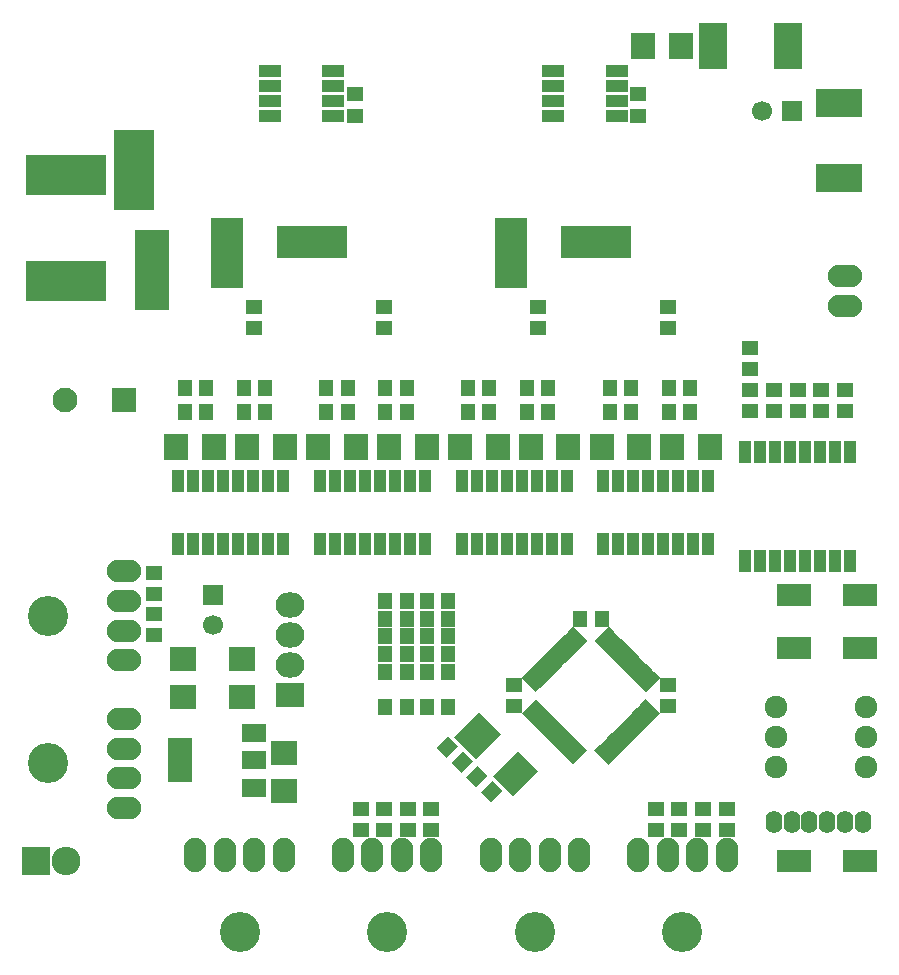
<source format=gbr>
G04 #@! TF.FileFunction,Soldermask,Top*
%FSLAX46Y46*%
G04 Gerber Fmt 4.6, Leading zero omitted, Abs format (unit mm)*
G04 Created by KiCad (PCBNEW 4.0.6) date 05/02/17 10:19:31*
%MOMM*%
%LPD*%
G01*
G04 APERTURE LIST*
%ADD10C,0.100000*%
%ADD11C,1.700000*%
%ADD12R,1.700000X1.700000*%
%ADD13O,1.900000X2.900000*%
%ADD14C,3.400000*%
%ADD15O,2.900000X1.900000*%
%ADD16C,2.100000*%
%ADD17R,2.100000X2.100000*%
%ADD18R,1.000000X1.900000*%
%ADD19R,2.000000X2.200000*%
%ADD20R,2.432000X2.432000*%
%ADD21O,2.432000X2.432000*%
%ADD22R,1.200000X1.400000*%
%ADD23R,1.400000X1.200000*%
%ADD24R,2.200000X2.000000*%
%ADD25R,3.000000X1.900000*%
%ADD26O,1.400000X1.924000*%
%ADD27C,1.924000*%
%ADD28R,3.400000X6.900000*%
%ADD29R,6.851600X3.400000*%
%ADD30R,2.100000X1.600000*%
%ADD31R,2.100000X3.700000*%
%ADD32R,1.950000X1.000000*%
%ADD33R,2.900000X6.900000*%
%ADD34R,2.400000X3.900000*%
%ADD35R,2.432000X2.127200*%
%ADD36O,2.432000X2.127200*%
%ADD37R,3.900000X2.400000*%
%ADD38R,2.800000X5.900000*%
%ADD39R,5.900000X2.800000*%
G04 APERTURE END LIST*
D10*
D11*
X63000000Y-9000000D03*
D12*
X65500000Y-9000000D03*
D13*
X52500000Y-72000000D03*
X55000000Y-72000000D03*
X57500000Y-72000000D03*
X60000000Y-72000000D03*
D14*
X56250000Y-78500000D03*
D13*
X15000000Y-72000000D03*
X17500000Y-72000000D03*
X20000000Y-72000000D03*
X22500000Y-72000000D03*
D14*
X18750000Y-78500000D03*
D15*
X9000000Y-60500000D03*
X9000000Y-63000000D03*
X9000000Y-65500000D03*
X9000000Y-68000000D03*
D14*
X2500000Y-64250000D03*
D16*
X4000000Y-33500000D03*
D17*
X9000000Y-33500000D03*
D18*
X25555000Y-45700000D03*
X26825000Y-45700000D03*
X28095000Y-45700000D03*
X29365000Y-45700000D03*
X30635000Y-45700000D03*
X31905000Y-45700000D03*
X33175000Y-45700000D03*
X34445000Y-45700000D03*
X34445000Y-40300000D03*
X33175000Y-40300000D03*
X31905000Y-40300000D03*
X30635000Y-40300000D03*
X29365000Y-40300000D03*
X28095000Y-40300000D03*
X26825000Y-40300000D03*
X25555000Y-40300000D03*
D10*
G36*
X43108311Y-60462221D02*
X42648692Y-60002602D01*
X43850773Y-58800521D01*
X44310392Y-59260140D01*
X43108311Y-60462221D01*
X43108311Y-60462221D01*
G37*
G36*
X43461864Y-60815774D02*
X43002245Y-60356155D01*
X44204326Y-59154074D01*
X44663945Y-59613693D01*
X43461864Y-60815774D01*
X43461864Y-60815774D01*
G37*
G36*
X43815418Y-61169328D02*
X43355799Y-60709709D01*
X44557880Y-59507628D01*
X45017499Y-59967247D01*
X43815418Y-61169328D01*
X43815418Y-61169328D01*
G37*
G36*
X44168971Y-61522881D02*
X43709352Y-61063262D01*
X44911433Y-59861181D01*
X45371052Y-60320800D01*
X44168971Y-61522881D01*
X44168971Y-61522881D01*
G37*
G36*
X44522524Y-61876434D02*
X44062905Y-61416815D01*
X45264986Y-60214734D01*
X45724605Y-60674353D01*
X44522524Y-61876434D01*
X44522524Y-61876434D01*
G37*
G36*
X44876078Y-62229988D02*
X44416459Y-61770369D01*
X45618540Y-60568288D01*
X46078159Y-61027907D01*
X44876078Y-62229988D01*
X44876078Y-62229988D01*
G37*
G36*
X45229631Y-62583541D02*
X44770012Y-62123922D01*
X45972093Y-60921841D01*
X46431712Y-61381460D01*
X45229631Y-62583541D01*
X45229631Y-62583541D01*
G37*
G36*
X45583185Y-62937095D02*
X45123566Y-62477476D01*
X46325647Y-61275395D01*
X46785266Y-61735014D01*
X45583185Y-62937095D01*
X45583185Y-62937095D01*
G37*
G36*
X45936738Y-63290648D02*
X45477119Y-62831029D01*
X46679200Y-61628948D01*
X47138819Y-62088567D01*
X45936738Y-63290648D01*
X45936738Y-63290648D01*
G37*
G36*
X46290291Y-63644201D02*
X45830672Y-63184582D01*
X47032753Y-61982501D01*
X47492372Y-62442120D01*
X46290291Y-63644201D01*
X46290291Y-63644201D01*
G37*
G36*
X46643845Y-63997755D02*
X46184226Y-63538136D01*
X47386307Y-62336055D01*
X47845926Y-62795674D01*
X46643845Y-63997755D01*
X46643845Y-63997755D01*
G37*
G36*
X46997398Y-64351308D02*
X46537779Y-63891689D01*
X47739860Y-62689608D01*
X48199479Y-63149227D01*
X46997398Y-64351308D01*
X46997398Y-64351308D01*
G37*
G36*
X50462221Y-63891689D02*
X50002602Y-64351308D01*
X48800521Y-63149227D01*
X49260140Y-62689608D01*
X50462221Y-63891689D01*
X50462221Y-63891689D01*
G37*
G36*
X50815774Y-63538136D02*
X50356155Y-63997755D01*
X49154074Y-62795674D01*
X49613693Y-62336055D01*
X50815774Y-63538136D01*
X50815774Y-63538136D01*
G37*
G36*
X51169328Y-63184582D02*
X50709709Y-63644201D01*
X49507628Y-62442120D01*
X49967247Y-61982501D01*
X51169328Y-63184582D01*
X51169328Y-63184582D01*
G37*
G36*
X51522881Y-62831029D02*
X51063262Y-63290648D01*
X49861181Y-62088567D01*
X50320800Y-61628948D01*
X51522881Y-62831029D01*
X51522881Y-62831029D01*
G37*
G36*
X51876434Y-62477476D02*
X51416815Y-62937095D01*
X50214734Y-61735014D01*
X50674353Y-61275395D01*
X51876434Y-62477476D01*
X51876434Y-62477476D01*
G37*
G36*
X52229988Y-62123922D02*
X51770369Y-62583541D01*
X50568288Y-61381460D01*
X51027907Y-60921841D01*
X52229988Y-62123922D01*
X52229988Y-62123922D01*
G37*
G36*
X52583541Y-61770369D02*
X52123922Y-62229988D01*
X50921841Y-61027907D01*
X51381460Y-60568288D01*
X52583541Y-61770369D01*
X52583541Y-61770369D01*
G37*
G36*
X52937095Y-61416815D02*
X52477476Y-61876434D01*
X51275395Y-60674353D01*
X51735014Y-60214734D01*
X52937095Y-61416815D01*
X52937095Y-61416815D01*
G37*
G36*
X53290648Y-61063262D02*
X52831029Y-61522881D01*
X51628948Y-60320800D01*
X52088567Y-59861181D01*
X53290648Y-61063262D01*
X53290648Y-61063262D01*
G37*
G36*
X53644201Y-60709709D02*
X53184582Y-61169328D01*
X51982501Y-59967247D01*
X52442120Y-59507628D01*
X53644201Y-60709709D01*
X53644201Y-60709709D01*
G37*
G36*
X53997755Y-60356155D02*
X53538136Y-60815774D01*
X52336055Y-59613693D01*
X52795674Y-59154074D01*
X53997755Y-60356155D01*
X53997755Y-60356155D01*
G37*
G36*
X54351308Y-60002602D02*
X53891689Y-60462221D01*
X52689608Y-59260140D01*
X53149227Y-58800521D01*
X54351308Y-60002602D01*
X54351308Y-60002602D01*
G37*
G36*
X53149227Y-58199479D02*
X52689608Y-57739860D01*
X53891689Y-56537779D01*
X54351308Y-56997398D01*
X53149227Y-58199479D01*
X53149227Y-58199479D01*
G37*
G36*
X52795674Y-57845926D02*
X52336055Y-57386307D01*
X53538136Y-56184226D01*
X53997755Y-56643845D01*
X52795674Y-57845926D01*
X52795674Y-57845926D01*
G37*
G36*
X52442120Y-57492372D02*
X51982501Y-57032753D01*
X53184582Y-55830672D01*
X53644201Y-56290291D01*
X52442120Y-57492372D01*
X52442120Y-57492372D01*
G37*
G36*
X52088567Y-57138819D02*
X51628948Y-56679200D01*
X52831029Y-55477119D01*
X53290648Y-55936738D01*
X52088567Y-57138819D01*
X52088567Y-57138819D01*
G37*
G36*
X51735014Y-56785266D02*
X51275395Y-56325647D01*
X52477476Y-55123566D01*
X52937095Y-55583185D01*
X51735014Y-56785266D01*
X51735014Y-56785266D01*
G37*
G36*
X51381460Y-56431712D02*
X50921841Y-55972093D01*
X52123922Y-54770012D01*
X52583541Y-55229631D01*
X51381460Y-56431712D01*
X51381460Y-56431712D01*
G37*
G36*
X51027907Y-56078159D02*
X50568288Y-55618540D01*
X51770369Y-54416459D01*
X52229988Y-54876078D01*
X51027907Y-56078159D01*
X51027907Y-56078159D01*
G37*
G36*
X50674353Y-55724605D02*
X50214734Y-55264986D01*
X51416815Y-54062905D01*
X51876434Y-54522524D01*
X50674353Y-55724605D01*
X50674353Y-55724605D01*
G37*
G36*
X50320800Y-55371052D02*
X49861181Y-54911433D01*
X51063262Y-53709352D01*
X51522881Y-54168971D01*
X50320800Y-55371052D01*
X50320800Y-55371052D01*
G37*
G36*
X49967247Y-55017499D02*
X49507628Y-54557880D01*
X50709709Y-53355799D01*
X51169328Y-53815418D01*
X49967247Y-55017499D01*
X49967247Y-55017499D01*
G37*
G36*
X49613693Y-54663945D02*
X49154074Y-54204326D01*
X50356155Y-53002245D01*
X50815774Y-53461864D01*
X49613693Y-54663945D01*
X49613693Y-54663945D01*
G37*
G36*
X49260140Y-54310392D02*
X48800521Y-53850773D01*
X50002602Y-52648692D01*
X50462221Y-53108311D01*
X49260140Y-54310392D01*
X49260140Y-54310392D01*
G37*
G36*
X48199479Y-53850773D02*
X47739860Y-54310392D01*
X46537779Y-53108311D01*
X46997398Y-52648692D01*
X48199479Y-53850773D01*
X48199479Y-53850773D01*
G37*
G36*
X47845926Y-54204326D02*
X47386307Y-54663945D01*
X46184226Y-53461864D01*
X46643845Y-53002245D01*
X47845926Y-54204326D01*
X47845926Y-54204326D01*
G37*
G36*
X47492372Y-54557880D02*
X47032753Y-55017499D01*
X45830672Y-53815418D01*
X46290291Y-53355799D01*
X47492372Y-54557880D01*
X47492372Y-54557880D01*
G37*
G36*
X47138819Y-54911433D02*
X46679200Y-55371052D01*
X45477119Y-54168971D01*
X45936738Y-53709352D01*
X47138819Y-54911433D01*
X47138819Y-54911433D01*
G37*
G36*
X46785266Y-55264986D02*
X46325647Y-55724605D01*
X45123566Y-54522524D01*
X45583185Y-54062905D01*
X46785266Y-55264986D01*
X46785266Y-55264986D01*
G37*
G36*
X46431712Y-55618540D02*
X45972093Y-56078159D01*
X44770012Y-54876078D01*
X45229631Y-54416459D01*
X46431712Y-55618540D01*
X46431712Y-55618540D01*
G37*
G36*
X46078159Y-55972093D02*
X45618540Y-56431712D01*
X44416459Y-55229631D01*
X44876078Y-54770012D01*
X46078159Y-55972093D01*
X46078159Y-55972093D01*
G37*
G36*
X45724605Y-56325647D02*
X45264986Y-56785266D01*
X44062905Y-55583185D01*
X44522524Y-55123566D01*
X45724605Y-56325647D01*
X45724605Y-56325647D01*
G37*
G36*
X45371052Y-56679200D02*
X44911433Y-57138819D01*
X43709352Y-55936738D01*
X44168971Y-55477119D01*
X45371052Y-56679200D01*
X45371052Y-56679200D01*
G37*
G36*
X45017499Y-57032753D02*
X44557880Y-57492372D01*
X43355799Y-56290291D01*
X43815418Y-55830672D01*
X45017499Y-57032753D01*
X45017499Y-57032753D01*
G37*
G36*
X44663945Y-57386307D02*
X44204326Y-57845926D01*
X43002245Y-56643845D01*
X43461864Y-56184226D01*
X44663945Y-57386307D01*
X44663945Y-57386307D01*
G37*
G36*
X44310392Y-57739860D02*
X43850773Y-58199479D01*
X42648692Y-56997398D01*
X43108311Y-56537779D01*
X44310392Y-57739860D01*
X44310392Y-57739860D01*
G37*
D11*
X16500000Y-52500000D03*
D12*
X16500000Y-50000000D03*
D19*
X25400000Y-37500000D03*
X28600000Y-37500000D03*
X31400000Y-37500000D03*
X34600000Y-37500000D03*
X13400000Y-37500000D03*
X16600000Y-37500000D03*
X19400000Y-37500000D03*
X22600000Y-37500000D03*
X49400000Y-37500000D03*
X52600000Y-37500000D03*
X55400000Y-37500000D03*
X58600000Y-37500000D03*
X37400000Y-37500000D03*
X40600000Y-37500000D03*
X43400000Y-37500000D03*
X46600000Y-37500000D03*
D20*
X1500000Y-72500000D03*
D21*
X4040000Y-72500000D03*
D18*
X13555000Y-45700000D03*
X14825000Y-45700000D03*
X16095000Y-45700000D03*
X17365000Y-45700000D03*
X18635000Y-45700000D03*
X19905000Y-45700000D03*
X21175000Y-45700000D03*
X22445000Y-45700000D03*
X22445000Y-40300000D03*
X21175000Y-40300000D03*
X19905000Y-40300000D03*
X18635000Y-40300000D03*
X17365000Y-40300000D03*
X16095000Y-40300000D03*
X14825000Y-40300000D03*
X13555000Y-40300000D03*
X49555000Y-45700000D03*
X50825000Y-45700000D03*
X52095000Y-45700000D03*
X53365000Y-45700000D03*
X54635000Y-45700000D03*
X55905000Y-45700000D03*
X57175000Y-45700000D03*
X58445000Y-45700000D03*
X58445000Y-40300000D03*
X57175000Y-40300000D03*
X55905000Y-40300000D03*
X54635000Y-40300000D03*
X53365000Y-40300000D03*
X52095000Y-40300000D03*
X50825000Y-40300000D03*
X49555000Y-40300000D03*
X37555000Y-45700000D03*
X38825000Y-45700000D03*
X40095000Y-45700000D03*
X41365000Y-45700000D03*
X42635000Y-45700000D03*
X43905000Y-45700000D03*
X45175000Y-45700000D03*
X46445000Y-45700000D03*
X46445000Y-40300000D03*
X45175000Y-40300000D03*
X43905000Y-40300000D03*
X42635000Y-40300000D03*
X41365000Y-40300000D03*
X40095000Y-40300000D03*
X38825000Y-40300000D03*
X37555000Y-40300000D03*
D10*
G36*
X35444365Y-62934315D02*
X36434315Y-61944365D01*
X37282843Y-62792893D01*
X36292893Y-63782843D01*
X35444365Y-62934315D01*
X35444365Y-62934315D01*
G37*
G36*
X36717157Y-64207107D02*
X37707107Y-63217157D01*
X38555635Y-64065685D01*
X37565685Y-65055635D01*
X36717157Y-64207107D01*
X36717157Y-64207107D01*
G37*
G36*
X41055635Y-66565685D02*
X40065685Y-67555635D01*
X39217157Y-66707107D01*
X40207107Y-65717157D01*
X41055635Y-66565685D01*
X41055635Y-66565685D01*
G37*
G36*
X39782843Y-65292893D02*
X38792893Y-66282843D01*
X37944365Y-65434315D01*
X38934315Y-64444365D01*
X39782843Y-65292893D01*
X39782843Y-65292893D01*
G37*
D22*
X49400000Y-52000000D03*
X47600000Y-52000000D03*
D23*
X42000000Y-57600000D03*
X42000000Y-59400000D03*
D22*
X32900000Y-52000000D03*
X31100000Y-52000000D03*
D23*
X55000000Y-59400000D03*
X55000000Y-57600000D03*
X31000000Y-27400000D03*
X31000000Y-25600000D03*
X20000000Y-27400000D03*
X20000000Y-25600000D03*
X55000000Y-27400000D03*
X55000000Y-25600000D03*
X44000000Y-27400000D03*
X44000000Y-25600000D03*
D22*
X32900000Y-59500000D03*
X31100000Y-59500000D03*
D23*
X11500000Y-49900000D03*
X11500000Y-48100000D03*
X62000000Y-32600000D03*
X62000000Y-34400000D03*
D22*
X26100000Y-32500000D03*
X27900000Y-32500000D03*
X14100000Y-32500000D03*
X15900000Y-32500000D03*
X31100000Y-32500000D03*
X32900000Y-32500000D03*
X50100000Y-32500000D03*
X51900000Y-32500000D03*
X38100000Y-32500000D03*
X39900000Y-32500000D03*
X43100000Y-32500000D03*
X44900000Y-32500000D03*
X19100000Y-32500000D03*
X20900000Y-32500000D03*
X55100000Y-32500000D03*
X56900000Y-32500000D03*
D24*
X22500000Y-63400000D03*
X22500000Y-66600000D03*
D22*
X32900000Y-50500000D03*
X31100000Y-50500000D03*
X36400000Y-52000000D03*
X34600000Y-52000000D03*
X36400000Y-59500000D03*
X34600000Y-59500000D03*
D23*
X11500000Y-53400000D03*
X11500000Y-51600000D03*
X62000000Y-29100000D03*
X62000000Y-30900000D03*
D22*
X36400000Y-50500000D03*
X34600000Y-50500000D03*
D24*
X14000000Y-55400000D03*
X14000000Y-58600000D03*
X19000000Y-55400000D03*
X19000000Y-58600000D03*
D25*
X71300000Y-72500000D03*
X65700000Y-72500000D03*
X71300000Y-54500000D03*
X65700000Y-54500000D03*
X71300000Y-50000000D03*
X65700000Y-50000000D03*
D26*
X71500000Y-69250000D03*
X70000000Y-69250000D03*
X68500000Y-69250000D03*
X67000000Y-69250000D03*
X65500000Y-69250000D03*
X64000000Y-69250000D03*
D27*
X71810000Y-64540000D03*
X71810000Y-62000000D03*
X71810000Y-59460000D03*
X64190000Y-59460000D03*
X64190000Y-62000000D03*
X64190000Y-64540000D03*
D10*
G36*
X36893755Y-62015075D02*
X39015075Y-59893755D01*
X40853553Y-61732233D01*
X38732233Y-63853553D01*
X36893755Y-62015075D01*
X36893755Y-62015075D01*
G37*
G36*
X40217158Y-65338478D02*
X42338478Y-63217158D01*
X44035534Y-64914214D01*
X41914214Y-67035534D01*
X40217158Y-65338478D01*
X40217158Y-65338478D01*
G37*
D15*
X9000000Y-48000000D03*
X9000000Y-50500000D03*
X9000000Y-53000000D03*
X9000000Y-55500000D03*
D14*
X2500000Y-51750000D03*
D28*
X9800000Y-14000000D03*
D29*
X4100000Y-14400000D03*
D22*
X27900000Y-34500000D03*
X26100000Y-34500000D03*
X15900000Y-34500000D03*
X14100000Y-34500000D03*
X51900000Y-34500000D03*
X50100000Y-34500000D03*
X39900000Y-34500000D03*
X38100000Y-34500000D03*
X32900000Y-34500000D03*
X31100000Y-34500000D03*
X20900000Y-34500000D03*
X19100000Y-34500000D03*
X56900000Y-34500000D03*
X55100000Y-34500000D03*
X44900000Y-34500000D03*
X43100000Y-34500000D03*
D30*
X20000000Y-66300000D03*
X20000000Y-64000000D03*
X20000000Y-61700000D03*
D31*
X13700000Y-64000000D03*
D13*
X27500000Y-72000000D03*
X30000000Y-72000000D03*
X32500000Y-72000000D03*
X35000000Y-72000000D03*
D14*
X31250000Y-78500000D03*
D19*
X52900000Y-3500000D03*
X56100000Y-3500000D03*
D23*
X31000000Y-68100000D03*
X31000000Y-69900000D03*
X35000000Y-68100000D03*
X35000000Y-69900000D03*
X29000000Y-69900000D03*
X29000000Y-68100000D03*
X33000000Y-69900000D03*
X33000000Y-68100000D03*
X54000000Y-69900000D03*
X54000000Y-68100000D03*
X56000000Y-68100000D03*
X56000000Y-69900000D03*
X58000000Y-69900000D03*
X58000000Y-68100000D03*
X60000000Y-68100000D03*
X60000000Y-69900000D03*
D18*
X70445000Y-37850000D03*
X69175000Y-37850000D03*
X67905000Y-37850000D03*
X66635000Y-37850000D03*
X65365000Y-37850000D03*
X64095000Y-37850000D03*
X62825000Y-37850000D03*
X61555000Y-37850000D03*
X61555000Y-47150000D03*
X62825000Y-47150000D03*
X64095000Y-47150000D03*
X65365000Y-47150000D03*
X66635000Y-47150000D03*
X67905000Y-47150000D03*
X69175000Y-47150000D03*
X70445000Y-47150000D03*
D32*
X45300000Y-5595000D03*
X45300000Y-6865000D03*
X45300000Y-8135000D03*
X45300000Y-9405000D03*
X50700000Y-9405000D03*
X50700000Y-8135000D03*
X50700000Y-6865000D03*
X50700000Y-5595000D03*
X21300000Y-5595000D03*
X21300000Y-6865000D03*
X21300000Y-8135000D03*
X21300000Y-9405000D03*
X26700000Y-9405000D03*
X26700000Y-8135000D03*
X26700000Y-6865000D03*
X26700000Y-5595000D03*
D23*
X70000000Y-34400000D03*
X70000000Y-32600000D03*
X52500000Y-9400000D03*
X52500000Y-7600000D03*
X28500000Y-9400000D03*
X28500000Y-7600000D03*
D13*
X40000000Y-72000000D03*
X42500000Y-72000000D03*
X45000000Y-72000000D03*
X47500000Y-72000000D03*
D14*
X43750000Y-78500000D03*
D23*
X64000000Y-32600000D03*
X64000000Y-34400000D03*
D33*
X11300000Y-22500000D03*
D29*
X4100000Y-23400000D03*
D23*
X68000000Y-34400000D03*
X68000000Y-32600000D03*
X66000000Y-34400000D03*
X66000000Y-32600000D03*
D22*
X36400000Y-56500000D03*
X34600000Y-56500000D03*
X36400000Y-55000000D03*
X34600000Y-55000000D03*
X36400000Y-53500000D03*
X34600000Y-53500000D03*
X32900000Y-56500000D03*
X31100000Y-56500000D03*
X32900000Y-55000000D03*
X31100000Y-55000000D03*
X32900000Y-53500000D03*
X31100000Y-53500000D03*
D34*
X65150000Y-3500000D03*
X58850000Y-3500000D03*
D35*
X23000000Y-58500000D03*
D36*
X23000000Y-55960000D03*
X23000000Y-53420000D03*
X23000000Y-50880000D03*
D37*
X69500000Y-14650000D03*
X69500000Y-8350000D03*
D38*
X41700000Y-21000000D03*
D39*
X48900000Y-20100000D03*
D38*
X17700000Y-21000000D03*
D39*
X24900000Y-20100000D03*
D15*
X70000000Y-25500000D03*
X70000000Y-23000000D03*
M02*

</source>
